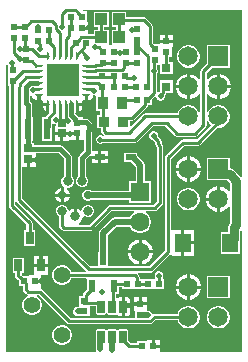
<source format=gtl>
G04*
G04 #@! TF.GenerationSoftware,Altium Limited,Altium Designer,22.2.1 (43)*
G04*
G04 Layer_Physical_Order=1*
G04 Layer_Color=255*
%FSAX24Y24*%
%MOIN*%
G70*
G04*
G04 #@! TF.SameCoordinates,0A7D3E4C-9769-4D31-AB1C-A6483D793648*
G04*
G04*
G04 #@! TF.FilePolarity,Positive*
G04*
G01*
G75*
%ADD15R,0.0354X0.0197*%
%ADD16R,0.0551X0.0646*%
%ADD17R,0.0228X0.0244*%
%ADD18R,0.0244X0.0244*%
%ADD19R,0.0244X0.0228*%
%ADD20R,0.0256X0.0413*%
%ADD21R,0.0236X0.0394*%
G04:AMPARAMS|DCode=22|XSize=43.3mil|YSize=23.6mil|CornerRadius=2mil|HoleSize=0mil|Usage=FLASHONLY|Rotation=90.000|XOffset=0mil|YOffset=0mil|HoleType=Round|Shape=RoundedRectangle|*
%AMROUNDEDRECTD22*
21,1,0.0433,0.0196,0,0,90.0*
21,1,0.0393,0.0236,0,0,90.0*
1,1,0.0040,0.0098,0.0196*
1,1,0.0040,0.0098,-0.0196*
1,1,0.0040,-0.0098,-0.0196*
1,1,0.0040,-0.0098,0.0196*
%
%ADD22ROUNDEDRECTD22*%
%ADD23R,0.0236X0.0709*%
G04:AMPARAMS|DCode=24|XSize=9.8mil|YSize=25.6mil|CornerRadius=2.5mil|HoleSize=0mil|Usage=FLASHONLY|Rotation=0.000|XOffset=0mil|YOffset=0mil|HoleType=Round|Shape=RoundedRectangle|*
%AMROUNDEDRECTD24*
21,1,0.0098,0.0207,0,0,0.0*
21,1,0.0049,0.0256,0,0,0.0*
1,1,0.0049,0.0025,-0.0103*
1,1,0.0049,-0.0025,-0.0103*
1,1,0.0049,-0.0025,0.0103*
1,1,0.0049,0.0025,0.0103*
%
%ADD24ROUNDEDRECTD24*%
G04:AMPARAMS|DCode=25|XSize=9.8mil|YSize=25.6mil|CornerRadius=2.5mil|HoleSize=0mil|Usage=FLASHONLY|Rotation=270.000|XOffset=0mil|YOffset=0mil|HoleType=Round|Shape=RoundedRectangle|*
%AMROUNDEDRECTD25*
21,1,0.0098,0.0207,0,0,270.0*
21,1,0.0049,0.0256,0,0,270.0*
1,1,0.0049,-0.0103,-0.0025*
1,1,0.0049,-0.0103,0.0025*
1,1,0.0049,0.0103,0.0025*
1,1,0.0049,0.0103,-0.0025*
%
%ADD25ROUNDEDRECTD25*%
%ADD26R,0.1102X0.1102*%
%ADD27R,0.0244X0.0244*%
%ADD28R,0.0283X0.0280*%
%ADD29R,0.0376X0.0359*%
%ADD30R,0.0354X0.0394*%
%ADD31R,0.0217X0.0217*%
%ADD32R,0.0394X0.0394*%
%ADD33R,0.0315X0.0315*%
%ADD57C,0.0200*%
%ADD58C,0.0300*%
%ADD59C,0.0100*%
%ADD60C,0.0150*%
%ADD61C,0.0551*%
%ADD62C,0.0650*%
%ADD63R,0.0650X0.0650*%
%ADD64C,0.0276*%
%ADD65C,0.0315*%
%ADD66C,0.0630*%
%ADD67R,0.0630X0.0630*%
%ADD68C,0.0197*%
G36*
X022638Y023385D02*
X022588Y023369D01*
X022585Y023373D01*
X022367Y023591D01*
X022301Y023636D01*
X022225Y023651D01*
Y023997D01*
X021476D01*
Y023247D01*
X022006D01*
X022025Y023243D01*
X022139D01*
X022237Y023145D01*
Y022895D01*
X022211Y022888D01*
X022187Y022886D01*
X022111Y022962D01*
X022014Y023018D01*
X021906Y023047D01*
X021900D01*
Y022622D01*
Y022197D01*
X021906D01*
X022014Y022226D01*
X022111Y022282D01*
X022187Y022358D01*
X022211Y022356D01*
X022237Y022349D01*
Y021836D01*
X022231Y021831D01*
X022187Y021765D01*
X022172Y021687D01*
Y021534D01*
X021924D01*
Y020789D01*
X022576D01*
Y021267D01*
X022580Y021287D01*
Y021562D01*
X022588Y021568D01*
X022638Y021543D01*
Y017520D01*
X019887D01*
Y017667D01*
X019673D01*
Y017717D01*
X019623D01*
Y017939D01*
X019459D01*
Y017889D01*
X019139D01*
Y017818D01*
X018919D01*
X018843Y017894D01*
Y018215D01*
X018838Y018242D01*
X018823Y018265D01*
X018799Y018281D01*
X018772Y018286D01*
X018576D01*
X018549Y018281D01*
X018525Y018265D01*
X018514Y018248D01*
X018487Y018245D01*
X018460Y018248D01*
X018449Y018265D01*
X018425Y018281D01*
X018398Y018286D01*
X018202D01*
X018175Y018281D01*
X018151Y018265D01*
X018140Y018248D01*
X018113Y018245D01*
X018086Y018248D01*
X018075Y018265D01*
X018051Y018281D01*
X018024Y018286D01*
X017828D01*
X017801Y018281D01*
X017777Y018265D01*
X017762Y018242D01*
X017757Y018215D01*
Y017822D01*
X017757Y017819D01*
Y017620D01*
X017762Y017597D01*
Y017590D01*
X017764Y017584D01*
X017767Y017570D01*
X017752Y017540D01*
X017736Y017520D01*
X014764D01*
Y027097D01*
X014814Y027111D01*
X014820Y027101D01*
X014824Y027090D01*
Y026765D01*
X014824Y026765D01*
Y026723D01*
X014824D01*
X014824Y026715D01*
Y026395D01*
X014859D01*
Y022408D01*
X014866Y022369D01*
X014889Y022336D01*
X015449Y021775D01*
Y021576D01*
X015373D01*
Y021062D01*
X015729D01*
Y021576D01*
X015653D01*
Y021817D01*
X015645Y021856D01*
X015623Y021890D01*
X015063Y022450D01*
Y022526D01*
X015113Y022541D01*
X015118Y022533D01*
X017420Y020231D01*
X017400Y020181D01*
X016956D01*
X016945Y020220D01*
X016902Y020294D01*
X016842Y020355D01*
X016767Y020398D01*
X016685Y020420D01*
X016599D01*
X016516Y020398D01*
X016442Y020355D01*
X016381Y020294D01*
X016338Y020220D01*
X016316Y020137D01*
Y020052D01*
X016338Y019969D01*
X016381Y019895D01*
X016442Y019834D01*
X016516Y019791D01*
X016599Y019769D01*
X016685D01*
X016767Y019791D01*
X016842Y019834D01*
X016902Y019895D01*
X016945Y019969D01*
X016947Y019977D01*
X017418D01*
X017464Y019967D01*
X017464Y019927D01*
Y019617D01*
X017350Y019503D01*
X017328Y019470D01*
X017320Y019431D01*
Y019408D01*
X017208D01*
Y019104D01*
X017208Y019064D01*
X017170Y019033D01*
X017157D01*
X017134Y019029D01*
X017127D01*
X017121Y019026D01*
X017098Y019022D01*
X017079Y019009D01*
X017073Y019006D01*
X017068Y019001D01*
X017049Y018988D01*
X017036Y018969D01*
X017031Y018964D01*
X017028Y018958D01*
X017016Y018939D01*
X017011Y018916D01*
X017009Y018910D01*
Y018903D01*
X017004Y018880D01*
X017009Y018858D01*
Y018851D01*
X017011Y018844D01*
X017016Y018822D01*
X017028Y018802D01*
X017031Y018796D01*
X017036Y018791D01*
X017049Y018772D01*
X017068Y018759D01*
X017073Y018754D01*
X017079Y018752D01*
X017098Y018739D01*
X017121Y018734D01*
X017127Y018732D01*
X017134D01*
X017157Y018727D01*
X017208D01*
Y018710D01*
X017552D01*
Y019014D01*
X017552Y019054D01*
X017597Y019065D01*
X017757D01*
Y018845D01*
X017762Y018818D01*
X017777Y018795D01*
X017801Y018779D01*
X017828Y018774D01*
X018024D01*
X018051Y018779D01*
X018075Y018795D01*
X018086Y018812D01*
X018113Y018815D01*
X018140Y018812D01*
X018151Y018795D01*
X018175Y018779D01*
X018202Y018774D01*
X018398D01*
X018425Y018779D01*
X018483Y018766D01*
X018486Y018764D01*
X018489Y018759D01*
X018529Y018732D01*
X018576Y018723D01*
X018624D01*
Y019042D01*
Y019361D01*
X018576D01*
X018529Y019351D01*
X018492Y019327D01*
X018478Y019330D01*
X018442Y019344D01*
Y019473D01*
X018548D01*
Y019682D01*
X018647D01*
Y019611D01*
X018967D01*
X018975Y019611D01*
X019017D01*
X019025Y019611D01*
X019656D01*
X019664Y019611D01*
X019706D01*
X019714Y019611D01*
X020034D01*
Y019956D01*
X020027D01*
X020018Y019963D01*
X019998Y020006D01*
X020013Y020044D01*
Y020103D01*
X019991Y020158D01*
X019949Y020199D01*
X019895Y020222D01*
X019836D01*
X019781Y020199D01*
X019739Y020158D01*
X019717Y020103D01*
Y020044D01*
X019733Y020006D01*
X019710Y019959D01*
X019706Y019956D01*
X019664D01*
X019656Y019956D01*
X019220D01*
Y020020D01*
X019212Y020059D01*
X019190Y020092D01*
X019158Y020124D01*
X019179Y020174D01*
X019587D01*
X019626Y020181D01*
X019659Y020203D01*
X020238Y020783D01*
X020283Y020768D01*
X020288Y020764D01*
Y020739D01*
X020613D01*
Y021161D01*
Y021584D01*
X020288Y021584D01*
X020279Y021631D01*
Y023974D01*
X020712Y024406D01*
X021161D01*
X021200Y024414D01*
X021234Y024436D01*
X021801Y025003D01*
X021801Y025003D01*
X021900D01*
X021995Y025029D01*
X022081Y025078D01*
X022150Y025148D01*
X022200Y025233D01*
X022225Y025329D01*
Y025427D01*
X022200Y025523D01*
X022150Y025608D01*
X022081Y025678D01*
X021995Y025727D01*
X021900Y025753D01*
X021801D01*
X021706Y025727D01*
X021620Y025678D01*
X021550Y025608D01*
X021501Y025523D01*
X021452Y025532D01*
Y026118D01*
X021502Y026132D01*
X021510Y026117D01*
X021590Y026038D01*
X021686Y025982D01*
X021794Y025953D01*
X021800D01*
Y026378D01*
Y026803D01*
X021794D01*
X021686Y026774D01*
X021590Y026718D01*
X021510Y026639D01*
X021502Y026624D01*
X021452Y026637D01*
Y026835D01*
X021620Y027003D01*
X022225D01*
Y027753D01*
X021476D01*
Y027147D01*
X021278Y026950D01*
X021256Y026917D01*
X021248Y026878D01*
Y026639D01*
X021198Y026625D01*
X021190Y026639D01*
X021111Y026718D01*
X021014Y026774D01*
X020906Y026803D01*
X020900D01*
Y026378D01*
Y025953D01*
X020906D01*
X021014Y025982D01*
X021111Y026038D01*
X021190Y026117D01*
X021198Y026130D01*
X021248Y026117D01*
Y025535D01*
X021200Y025523D01*
X021150Y025608D01*
X021081Y025678D01*
X020995Y025727D01*
X020900Y025753D01*
X020801D01*
X020706Y025727D01*
X020620Y025678D01*
X020550Y025608D01*
X020501Y025523D01*
X020490Y025480D01*
X019398D01*
X019359Y025472D01*
X019326Y025450D01*
X018935Y025059D01*
X018889Y025078D01*
Y025236D01*
X018965D01*
X019004Y025243D01*
X019037Y025266D01*
X019473Y025701D01*
X019495Y025734D01*
X019501Y025766D01*
X019645D01*
Y025966D01*
X019722Y026043D01*
X019772Y026022D01*
Y026020D01*
X019794Y025966D01*
X019836Y025924D01*
X019890Y025902D01*
X019950D01*
X020004Y025924D01*
X020046Y025966D01*
X020068Y026020D01*
Y026080D01*
X020068Y026080D01*
X020077Y026089D01*
X020099Y026122D01*
X020106Y026161D01*
Y026163D01*
X020319D01*
Y026578D01*
X019904D01*
Y026273D01*
X019903Y026263D01*
Y026203D01*
X019898Y026198D01*
X019890D01*
X019847Y026180D01*
X019811Y026195D01*
X019797Y026207D01*
Y026788D01*
X019813Y026804D01*
X019836Y026859D01*
Y026918D01*
X019814Y026971D01*
Y027085D01*
X019892D01*
X019904Y027040D01*
Y026793D01*
X020319D01*
Y027208D01*
X020214D01*
Y027356D01*
X020284D01*
Y027676D01*
X020334D01*
Y027840D01*
X020112D01*
X019890D01*
Y027784D01*
X019700D01*
X019657Y027826D01*
Y028388D01*
X019650Y028427D01*
X019627Y028460D01*
X019427Y028660D01*
X019394Y028682D01*
X019355Y028690D01*
X018777D01*
Y028865D01*
X018284D01*
Y028371D01*
X018434D01*
Y028275D01*
X018289D01*
Y027781D01*
X018253Y027747D01*
X018228D01*
X018192Y027781D01*
Y028275D01*
X018047D01*
Y028371D01*
X018187D01*
Y028865D01*
X017693D01*
Y028371D01*
X017843D01*
Y028275D01*
X017699D01*
Y028142D01*
X017515D01*
Y028268D01*
X017300D01*
Y028368D01*
X017515D01*
Y028540D01*
X017465D01*
Y028880D01*
X017317D01*
X017312Y028887D01*
X017339Y028937D01*
X022638D01*
Y023385D01*
D02*
G37*
G36*
X017783Y026052D02*
Y025571D01*
X017908D01*
Y025438D01*
X017802D01*
Y024978D01*
X017938D01*
Y024900D01*
X017946Y024861D01*
X017968Y024828D01*
X018025Y024771D01*
X017997Y024732D01*
X017943Y024755D01*
X017884D01*
X017829Y024732D01*
X017788Y024690D01*
X017765Y024636D01*
Y024577D01*
X017788Y024522D01*
X017829Y024480D01*
X017884Y024458D01*
X017943D01*
X017997Y024480D01*
X018021Y024504D01*
X019079D01*
X019118Y024512D01*
X019151Y024534D01*
X019665Y025048D01*
X020083D01*
X020400Y024731D01*
X020433Y024709D01*
X020472Y024701D01*
X021063D01*
X021102Y024709D01*
X021135Y024731D01*
X021422Y025018D01*
X021444Y025051D01*
X021452Y025090D01*
Y025224D01*
X021501Y025233D01*
X021550Y025148D01*
X021604Y025094D01*
X021119Y024610D01*
X020669D01*
X020630Y024602D01*
X020597Y024580D01*
X020105Y024088D01*
X020083Y024055D01*
X020075Y024016D01*
Y020908D01*
X019544Y020378D01*
X018224D01*
X018174Y020379D01*
X018174Y020428D01*
Y020872D01*
X018159D01*
Y021413D01*
X018453Y021707D01*
X018907D01*
X018948Y021636D01*
X019016Y021568D01*
X019099Y021520D01*
X019192Y021495D01*
X019288D01*
X019381Y021520D01*
X019464Y021568D01*
X019532Y021636D01*
X019580Y021719D01*
X019605Y021812D01*
Y021908D01*
X019580Y022001D01*
X019532Y022084D01*
X019464Y022152D01*
X019436Y022168D01*
X019450Y022218D01*
X019720D01*
X019759Y022226D01*
X019792Y022248D01*
X019982Y022438D01*
X020004Y022471D01*
X020012Y022510D01*
Y024400D01*
X020004Y024439D01*
X019982Y024472D01*
X019951Y024503D01*
Y024555D01*
X019943Y024594D01*
X019921Y024627D01*
X019846Y024702D01*
X019846Y024703D01*
Y024762D01*
X019824Y024816D01*
X019782Y024858D01*
X019727Y024881D01*
X019668D01*
X019614Y024858D01*
X019572Y024816D01*
X019549Y024762D01*
Y024703D01*
X019572Y024648D01*
X019614Y024606D01*
X019668Y024584D01*
X019676D01*
X019747Y024513D01*
Y024461D01*
X019755Y024422D01*
X019777Y024389D01*
X019808Y024358D01*
Y022552D01*
X019678Y022422D01*
X018240D01*
X018201Y022414D01*
X018168Y022392D01*
X017548Y021772D01*
X017207D01*
X017194Y021822D01*
X017232Y021844D01*
X017280Y021892D01*
X017314Y021950D01*
X017331Y022016D01*
Y022038D01*
X017381Y022059D01*
X017389Y022051D01*
X017465Y022019D01*
X017548D01*
X017624Y022051D01*
X017683Y022109D01*
X017714Y022186D01*
Y022268D01*
X017683Y022344D01*
X017624Y022403D01*
X017548Y022434D01*
X017465D01*
X017389Y022403D01*
X017331Y022344D01*
X017299Y022268D01*
Y022259D01*
X017249Y022238D01*
X017232Y022256D01*
X017173Y022290D01*
X017124Y022303D01*
Y022050D01*
X017024D01*
Y022303D01*
X016974Y022290D01*
X016916Y022256D01*
X016898Y022238D01*
X016848Y022259D01*
Y022268D01*
X016816Y022344D01*
X016758Y022403D01*
X016682Y022434D01*
X016599D01*
X016523Y022403D01*
X016465Y022344D01*
X016433Y022268D01*
Y022186D01*
X016465Y022109D01*
X016523Y022051D01*
X016539Y022045D01*
Y021729D01*
X016546Y021690D01*
X016568Y021657D01*
X016628Y021598D01*
X016661Y021576D01*
X016700Y021568D01*
X017590D01*
X017629Y021576D01*
X017662Y021598D01*
X018282Y022218D01*
X019030D01*
X019044Y022168D01*
X019016Y022152D01*
X018948Y022084D01*
X018907Y022013D01*
X018390D01*
X018331Y022001D01*
X018282Y021968D01*
X017898Y021584D01*
X017865Y021535D01*
X017853Y021476D01*
Y020872D01*
X017838D01*
X017838Y020379D01*
X017788Y020378D01*
X017562D01*
X015292Y022648D01*
Y023707D01*
X015463D01*
Y023947D01*
X015513D01*
Y023997D01*
X015754D01*
Y024163D01*
X016517D01*
X016696Y023984D01*
Y023376D01*
X016648Y023327D01*
X016616Y023251D01*
Y023169D01*
X016648Y023092D01*
X016706Y023034D01*
X016706Y023033D01*
X016700Y023019D01*
Y022800D01*
X016887D01*
X016852Y022885D01*
X016785Y022952D01*
X016783Y022952D01*
X016793Y023002D01*
X016865D01*
X016941Y023034D01*
X016999Y023092D01*
X017031Y023169D01*
Y023251D01*
X016999Y023327D01*
X016951Y023376D01*
Y024036D01*
X016941Y024085D01*
X016914Y024127D01*
X016660Y024380D01*
X016619Y024408D01*
X016570Y024417D01*
X015704D01*
Y024499D01*
X015638D01*
Y024564D01*
X015678D01*
Y025372D01*
X015638D01*
Y025759D01*
X015628Y025807D01*
X015601Y025849D01*
X015556Y025894D01*
Y026052D01*
X015606Y026082D01*
X015626Y026071D01*
Y026064D01*
X015635Y026015D01*
X015663Y025974D01*
X015704Y025947D01*
X015753Y025937D01*
X015806D01*
Y026089D01*
X015906D01*
Y025937D01*
X015959D01*
X015969Y025939D01*
X016011Y025896D01*
X016009Y025887D01*
Y025834D01*
X016161D01*
Y025784D01*
X016211D01*
Y025518D01*
X016216Y025508D01*
X016136Y025428D01*
X016114Y025395D01*
X016110Y025372D01*
X015972D01*
Y024564D01*
X016308D01*
Y025026D01*
X016310Y025036D01*
Y025119D01*
X016360Y025140D01*
X016366Y025134D01*
X016420Y025112D01*
X016441D01*
Y025052D01*
X016391D01*
Y024863D01*
X016633D01*
Y024813D01*
X016683D01*
Y024573D01*
X016874D01*
Y024596D01*
X016923Y024599D01*
Y024599D01*
X017095D01*
Y024821D01*
X017195D01*
Y024599D01*
X017366D01*
Y024246D01*
X017217Y024097D01*
X017189Y024056D01*
X017180Y024007D01*
Y023390D01*
X017131Y023341D01*
X017100Y023265D01*
Y023182D01*
X017131Y023106D01*
X017190Y023048D01*
X017266Y023016D01*
X017348D01*
X017425Y023048D01*
X017483Y023106D01*
X017515Y023182D01*
Y023265D01*
X017483Y023341D01*
X017435Y023390D01*
Y023954D01*
X017567Y024086D01*
X017616Y024066D01*
X017844D01*
Y024214D01*
X017638D01*
Y024214D01*
X017621Y024260D01*
Y024849D01*
X017636Y024873D01*
X017646Y024921D01*
Y025091D01*
X017636Y025140D01*
X017609Y025181D01*
X017521Y025269D01*
X017480Y025297D01*
X017431Y025307D01*
X017317D01*
Y025347D01*
X017197D01*
X017196Y025349D01*
X017169Y025391D01*
X017083Y025476D01*
X017084Y025519D01*
X017095Y025529D01*
Y025784D01*
X017145D01*
Y025834D01*
X017297D01*
Y025887D01*
X017295Y025896D01*
X017338Y025939D01*
X017347Y025937D01*
X017400D01*
Y026089D01*
X017500D01*
Y025937D01*
X017554D01*
X017602Y025947D01*
X017644Y025974D01*
X017671Y026015D01*
X017681Y026064D01*
Y026078D01*
X017715D01*
X017743Y026090D01*
X017783Y026052D01*
D02*
G37*
%LPC*%
G36*
X020334Y028105D02*
X020162D01*
Y027940D01*
X020334D01*
Y028105D01*
D02*
G37*
G36*
X020062D02*
X019890D01*
Y027940D01*
X020062D01*
Y028105D01*
D02*
G37*
G36*
X020900Y027753D02*
X020801D01*
X020706Y027727D01*
X020620Y027678D01*
X020550Y027608D01*
X020501Y027523D01*
X020476Y027427D01*
Y027329D01*
X020501Y027233D01*
X020550Y027148D01*
X020620Y027078D01*
X020706Y027029D01*
X020801Y027003D01*
X020900D01*
X020995Y027029D01*
X021081Y027078D01*
X021150Y027148D01*
X021200Y027233D01*
X021225Y027329D01*
Y027427D01*
X021200Y027523D01*
X021150Y027608D01*
X021081Y027678D01*
X020995Y027727D01*
X020900Y027753D01*
D02*
G37*
G36*
X021906Y026803D02*
X021900D01*
Y026428D01*
X022275D01*
Y026434D01*
X022246Y026542D01*
X022190Y026639D01*
X022111Y026718D01*
X022014Y026774D01*
X021906Y026803D01*
D02*
G37*
G36*
X020800D02*
X020794D01*
X020686Y026774D01*
X020590Y026718D01*
X020510Y026639D01*
X020455Y026542D01*
X020426Y026434D01*
Y026428D01*
X020800D01*
Y026803D01*
D02*
G37*
G36*
X022275Y026328D02*
X021900D01*
Y025953D01*
X021906D01*
X022014Y025982D01*
X022111Y026038D01*
X022190Y026117D01*
X022246Y026214D01*
X022275Y026322D01*
Y026328D01*
D02*
G37*
G36*
X020800D02*
X020426D01*
Y026322D01*
X020455Y026214D01*
X020510Y026117D01*
X020590Y026038D01*
X020686Y025982D01*
X020794Y025953D01*
X020800D01*
Y026328D01*
D02*
G37*
G36*
X020906Y024047D02*
X020900D01*
Y023672D01*
X021275D01*
Y023678D01*
X021246Y023786D01*
X021190Y023883D01*
X021111Y023962D01*
X021014Y024018D01*
X020906Y024047D01*
D02*
G37*
G36*
X020800D02*
X020794D01*
X020686Y024018D01*
X020590Y023962D01*
X020510Y023883D01*
X020455Y023786D01*
X020426Y023678D01*
Y023672D01*
X020800D01*
Y024047D01*
D02*
G37*
G36*
X021275Y023572D02*
X020900D01*
Y023197D01*
X020906D01*
X021014Y023226D01*
X021111Y023282D01*
X021190Y023361D01*
X021246Y023458D01*
X021275Y023566D01*
Y023572D01*
D02*
G37*
G36*
X020800D02*
X020426D01*
Y023566D01*
X020455Y023458D01*
X020510Y023361D01*
X020590Y023282D01*
X020686Y023226D01*
X020794Y023197D01*
X020800D01*
Y023572D01*
D02*
G37*
G36*
X021800Y023047D02*
X021794D01*
X021686Y023018D01*
X021590Y022962D01*
X021510Y022883D01*
X021455Y022786D01*
X021426Y022678D01*
Y022672D01*
X021800D01*
Y023047D01*
D02*
G37*
G36*
X020900Y022997D02*
X020801D01*
X020706Y022971D01*
X020620Y022922D01*
X020550Y022852D01*
X020501Y022767D01*
X020476Y022671D01*
Y022573D01*
X020501Y022477D01*
X020550Y022392D01*
X020620Y022322D01*
X020706Y022273D01*
X020801Y022247D01*
X020900D01*
X020995Y022273D01*
X021081Y022322D01*
X021150Y022392D01*
X021200Y022477D01*
X021225Y022573D01*
Y022671D01*
X021200Y022767D01*
X021150Y022852D01*
X021081Y022922D01*
X020995Y022971D01*
X020900Y022997D01*
D02*
G37*
G36*
X021800Y022572D02*
X021426D01*
Y022566D01*
X021455Y022458D01*
X021510Y022361D01*
X021590Y022282D01*
X021686Y022226D01*
X021794Y022197D01*
X021800D01*
Y022572D01*
D02*
G37*
G36*
X020713Y021584D02*
Y021211D01*
X021039D01*
Y021584D01*
X020713D01*
D02*
G37*
G36*
X021039Y021111D02*
X020713D01*
Y020739D01*
X021039D01*
Y021111D01*
D02*
G37*
G36*
X016153Y020720D02*
X015975D01*
Y020463D01*
X016153D01*
Y020720D01*
D02*
G37*
G36*
X015875D02*
X015697D01*
Y020463D01*
X015875D01*
Y020720D01*
D02*
G37*
G36*
X020906Y020110D02*
X020900D01*
Y019735D01*
X021275D01*
Y019741D01*
X021246Y019849D01*
X021190Y019946D01*
X021111Y020025D01*
X021014Y020081D01*
X020906Y020110D01*
D02*
G37*
G36*
X020800D02*
X020794D01*
X020686Y020081D01*
X020590Y020025D01*
X020510Y019946D01*
X020455Y019849D01*
X020426Y019741D01*
Y019735D01*
X020800D01*
Y020110D01*
D02*
G37*
G36*
X022225Y020060D02*
X021476D01*
Y019310D01*
X022225D01*
Y020060D01*
D02*
G37*
G36*
X021275Y019635D02*
X020900D01*
Y019260D01*
X020906D01*
X021014Y019289D01*
X021111Y019345D01*
X021190Y019424D01*
X021246Y019521D01*
X021275Y019629D01*
Y019635D01*
D02*
G37*
G36*
X020800D02*
X020426D01*
Y019629D01*
X020455Y019521D01*
X020510Y019424D01*
X020590Y019345D01*
X020686Y019289D01*
X020794Y019260D01*
X020800D01*
Y019635D01*
D02*
G37*
G36*
X019472Y019349D02*
X019300D01*
Y019177D01*
X019472D01*
Y019349D01*
D02*
G37*
G36*
X019200D02*
X019028D01*
Y019177D01*
X019200D01*
Y019349D01*
D02*
G37*
G36*
X018772Y019361D02*
X018724D01*
Y019092D01*
X018894D01*
Y019238D01*
X018885Y019285D01*
X018859Y019325D01*
X018819Y019351D01*
X018772Y019361D01*
D02*
G37*
G36*
X018894Y018992D02*
X018724D01*
Y018723D01*
X018772D01*
X018819Y018732D01*
X018859Y018759D01*
X018885Y018799D01*
X018894Y018845D01*
Y018992D01*
D02*
G37*
G36*
X021900Y019060D02*
X021801D01*
X021706Y019034D01*
X021620Y018985D01*
X021550Y018915D01*
X021501Y018830D01*
X021476Y018734D01*
Y018636D01*
X021501Y018540D01*
X021550Y018455D01*
X021620Y018385D01*
X021706Y018336D01*
X021801Y018310D01*
X021900D01*
X021995Y018336D01*
X022081Y018385D01*
X022150Y018455D01*
X022200Y018540D01*
X022225Y018636D01*
Y018734D01*
X022200Y018830D01*
X022150Y018915D01*
X022081Y018985D01*
X021995Y019034D01*
X021900Y019060D01*
D02*
G37*
G36*
X015355Y020670D02*
X014999D01*
Y020157D01*
X015075D01*
Y020071D01*
X015083Y020032D01*
X015105Y019999D01*
X015164Y019940D01*
X015187Y019924D01*
X015202Y019910D01*
Y019710D01*
X015328D01*
Y019610D01*
X015335Y019571D01*
X015357Y019538D01*
X015430Y019465D01*
X015463Y019443D01*
X015486Y019439D01*
X015498Y019389D01*
X015498Y019387D01*
X015442Y019355D01*
X015381Y019294D01*
X015338Y019220D01*
X015316Y019137D01*
Y019052D01*
X015338Y018969D01*
X015381Y018895D01*
X015442Y018834D01*
X015516Y018791D01*
X015599Y018769D01*
X015685D01*
X015767Y018791D01*
X015842Y018834D01*
X015902Y018895D01*
X015945Y018969D01*
X015967Y019052D01*
Y019137D01*
X015945Y019220D01*
X015902Y019294D01*
X015842Y019355D01*
X015789Y019385D01*
X015802Y019435D01*
X015853D01*
X016810Y018479D01*
X016843Y018457D01*
X016882Y018449D01*
X019568D01*
X019607Y018457D01*
X019640Y018479D01*
X019761Y018600D01*
X020485D01*
X020501Y018540D01*
X020550Y018455D01*
X020620Y018385D01*
X020706Y018336D01*
X020801Y018310D01*
X020900D01*
X020995Y018336D01*
X021081Y018385D01*
X021150Y018455D01*
X021200Y018540D01*
X021225Y018636D01*
Y018734D01*
X021200Y018830D01*
X021150Y018915D01*
X021081Y018985D01*
X020995Y019034D01*
X020900Y019060D01*
X020801D01*
X020706Y019034D01*
X020620Y018985D01*
X020550Y018915D01*
X020501Y018830D01*
X020494Y018804D01*
X019719D01*
X019680Y018797D01*
X019628Y018811D01*
X019615Y018830D01*
X019612Y018837D01*
X019608Y018842D01*
X019595Y018861D01*
X019576Y018874D01*
X019571Y018878D01*
X019564Y018881D01*
X019545Y018894D01*
X019522Y018898D01*
X019516Y018901D01*
X019509D01*
X019487Y018906D01*
X019472D01*
Y019077D01*
X019250D01*
X019028D01*
Y018905D01*
X019078D01*
Y018653D01*
X016925D01*
X015968Y019610D01*
X015964Y019612D01*
X015950Y019660D01*
X015950D01*
X015950Y019660D01*
Y019832D01*
X015736D01*
Y019932D01*
X015950D01*
X015950Y020104D01*
X015999Y020107D01*
X016153D01*
Y020363D01*
X015925D01*
X015697D01*
X015697Y020107D01*
X015648Y020104D01*
X015522D01*
Y020054D01*
X015346D01*
X015316Y020084D01*
X015292Y020100D01*
X015286Y020107D01*
X015295Y020157D01*
X015355D01*
Y020670D01*
D02*
G37*
G36*
X016685Y018420D02*
X016599D01*
X016516Y018398D01*
X016442Y018355D01*
X016381Y018294D01*
X016338Y018220D01*
X016316Y018137D01*
Y018052D01*
X016338Y017969D01*
X016381Y017895D01*
X016442Y017834D01*
X016516Y017791D01*
X016599Y017769D01*
X016685D01*
X016767Y017791D01*
X016842Y017834D01*
X016902Y017895D01*
X016945Y017969D01*
X016967Y018052D01*
Y018137D01*
X016945Y018220D01*
X016902Y018294D01*
X016842Y018355D01*
X016767Y018398D01*
X016685Y018420D01*
D02*
G37*
G36*
X019887Y017939D02*
X019723D01*
Y017767D01*
X019887D01*
Y017939D01*
D02*
G37*
G36*
X017297Y025734D02*
X017195D01*
Y025558D01*
X017219Y025563D01*
X017260Y025590D01*
X017287Y025632D01*
X017297Y025680D01*
Y025734D01*
D02*
G37*
G36*
X016111D02*
X016009D01*
Y025680D01*
X016019Y025632D01*
X016047Y025590D01*
X016088Y025563D01*
X016111Y025558D01*
Y025734D01*
D02*
G37*
G36*
X016583Y024763D02*
X016391D01*
Y024573D01*
X016583D01*
Y024763D01*
D02*
G37*
G36*
X018171Y024214D02*
X017944D01*
Y024066D01*
X018171D01*
Y024214D01*
D02*
G37*
G36*
Y023966D02*
X017944D01*
Y023817D01*
X018171D01*
Y023966D01*
D02*
G37*
G36*
X017844D02*
X017617D01*
Y023817D01*
X017844D01*
Y023966D01*
D02*
G37*
G36*
X015754Y023897D02*
X015563D01*
Y023707D01*
X015754D01*
Y023897D01*
D02*
G37*
G36*
X018993Y024169D02*
X018917D01*
X018895Y024164D01*
X018690D01*
Y023867D01*
X018895D01*
X018917Y023863D01*
X018930D01*
X019087Y023705D01*
Y023225D01*
X018875D01*
Y022903D01*
X017610D01*
X017604Y022909D01*
X017535Y022938D01*
X017460D01*
X017391Y022909D01*
X017338Y022856D01*
X017309Y022787D01*
Y022713D01*
X017338Y022644D01*
X017391Y022591D01*
X017460Y022562D01*
X017535D01*
X017604Y022591D01*
X017610Y022597D01*
X018875D01*
Y022495D01*
X019605D01*
Y023225D01*
X019393D01*
Y023769D01*
X019381Y023827D01*
X019348Y023877D01*
X019144Y024080D01*
Y024164D01*
X019016D01*
X018993Y024169D01*
D02*
G37*
G36*
X016600Y022987D02*
X016515Y022952D01*
X016448Y022885D01*
X016413Y022800D01*
X016600D01*
Y022987D01*
D02*
G37*
G36*
X016887Y022700D02*
X016700D01*
Y022513D01*
X016785Y022548D01*
X016852Y022615D01*
X016887Y022700D01*
D02*
G37*
G36*
X016600D02*
X016413D01*
X016448Y022615D01*
X016515Y022548D01*
X016600Y022513D01*
Y022700D01*
D02*
G37*
G36*
X019295Y021275D02*
X019290D01*
Y020910D01*
X019655D01*
Y020915D01*
X019627Y021020D01*
X019572Y021115D01*
X019495Y021192D01*
X019400Y021247D01*
X019295Y021275D01*
D02*
G37*
G36*
X019190D02*
X019185D01*
X019080Y021247D01*
X018985Y021192D01*
X018908Y021115D01*
X018853Y021020D01*
X018825Y020915D01*
Y020910D01*
X019190D01*
Y021275D01*
D02*
G37*
G36*
X019655Y020810D02*
X019290D01*
Y020445D01*
X019295D01*
X019400Y020473D01*
X019495Y020528D01*
X019572Y020605D01*
X019627Y020700D01*
X019655Y020805D01*
Y020810D01*
D02*
G37*
G36*
X019190D02*
X018825D01*
Y020805D01*
X018853Y020700D01*
X018908Y020605D01*
X018985Y020528D01*
X019080Y020473D01*
X019185Y020445D01*
X019190D01*
Y020810D01*
D02*
G37*
%LPD*%
D15*
X018917Y024016D02*
D03*
X017894D02*
D03*
D16*
X022250Y021161D02*
D03*
X020663D02*
D03*
D17*
X019870Y019783D02*
D03*
X019500D02*
D03*
X019181D02*
D03*
X018811D02*
D03*
X015736Y019882D02*
D03*
X015366D02*
D03*
X019673Y017717D02*
D03*
X019303D02*
D03*
X019093Y026350D02*
D03*
X019463D02*
D03*
X016203Y028268D02*
D03*
X015833D02*
D03*
X016930Y028708D02*
D03*
X017300D02*
D03*
Y028318D02*
D03*
X016930D02*
D03*
D18*
X017145Y024821D02*
D03*
Y025175D02*
D03*
X019250Y018773D02*
D03*
Y019127D02*
D03*
X019150Y028277D02*
D03*
Y027923D02*
D03*
X015418Y027273D02*
D03*
Y027627D02*
D03*
X017380Y019236D02*
D03*
Y018882D02*
D03*
D19*
X014996Y026559D02*
D03*
Y026929D02*
D03*
X019720Y027619D02*
D03*
Y027249D02*
D03*
X015035Y028003D02*
D03*
Y028373D02*
D03*
X015415Y028003D02*
D03*
Y028373D02*
D03*
X020112Y027520D02*
D03*
Y027890D02*
D03*
X017975Y026343D02*
D03*
Y026713D02*
D03*
X018005Y027163D02*
D03*
Y027533D02*
D03*
X019145Y027158D02*
D03*
Y027528D02*
D03*
X018375Y027533D02*
D03*
Y027163D02*
D03*
X018755Y027533D02*
D03*
Y027163D02*
D03*
D20*
X015177Y020413D02*
D03*
X015925D02*
D03*
X015551Y021319D02*
D03*
D21*
X018006Y020626D02*
D03*
X018380Y019720D02*
D03*
X017632D02*
D03*
D22*
X017926Y018018D02*
D03*
X018300D02*
D03*
X018674D02*
D03*
Y019042D02*
D03*
X018300D02*
D03*
X017926D02*
D03*
D23*
X016140Y024968D02*
D03*
X015510D02*
D03*
D24*
X017145Y027378D02*
D03*
X016948D02*
D03*
X016752D02*
D03*
X016555D02*
D03*
X016358D02*
D03*
X016161D02*
D03*
Y025784D02*
D03*
X016358D02*
D03*
X016555D02*
D03*
X016752D02*
D03*
X016948D02*
D03*
X017145D02*
D03*
D25*
X015856Y027073D02*
D03*
Y026876D02*
D03*
Y026679D02*
D03*
Y026482D02*
D03*
Y026286D02*
D03*
Y026089D02*
D03*
X017450D02*
D03*
Y026286D02*
D03*
Y026482D02*
D03*
Y026679D02*
D03*
Y026876D02*
D03*
Y027073D02*
D03*
D26*
X016653Y026581D02*
D03*
D27*
X019473Y025938D02*
D03*
X019118D02*
D03*
X017088Y027818D02*
D03*
X017443D02*
D03*
X016200Y027887D02*
D03*
X015846D02*
D03*
D28*
X015513Y024309D02*
D03*
Y023947D02*
D03*
X016633Y025175D02*
D03*
Y024813D02*
D03*
D29*
X018040Y025208D02*
D03*
X018651D02*
D03*
D30*
X018640Y025818D02*
D03*
X018010D02*
D03*
D31*
X018368Y026718D02*
D03*
X018723D02*
D03*
X018723Y026348D02*
D03*
X018368D02*
D03*
D32*
X017945Y028028D02*
D03*
X018536D02*
D03*
X017940Y028618D02*
D03*
X018531D02*
D03*
D33*
X020112Y026370D02*
D03*
Y027000D02*
D03*
D57*
X018993Y024016D02*
X019240Y023769D01*
Y022860D02*
Y023769D01*
X018917Y024016D02*
X018993D01*
X017497Y022750D02*
X019130D01*
X019240Y022860D01*
X019140Y027533D02*
X019150Y027543D01*
Y027736D02*
Y027923D01*
Y027543D02*
Y027736D01*
X018390Y021860D02*
X019240D01*
X018006Y021476D02*
X018390Y021860D01*
X018006Y020626D02*
Y021476D01*
X017157Y018880D02*
X017360D01*
X019240Y018763D02*
X019250Y018753D01*
X019487D01*
X017910Y017620D02*
Y018002D01*
X017926Y018018D01*
X018300Y017580D02*
Y018018D01*
D58*
X022025Y023447D02*
X022223D01*
X022441Y023229D01*
Y021752D02*
Y023229D01*
X021850Y023622D02*
X022025Y023447D01*
X022376Y021287D02*
Y021687D01*
X022250Y021161D02*
X022376Y021287D01*
Y021687D02*
X022441Y021752D01*
D59*
X016417Y028282D02*
Y028432D01*
Y028282D02*
X016555Y028145D01*
X016291Y028558D02*
X016417Y028432D01*
X016634Y028346D02*
Y028789D01*
X016775Y028930D01*
X016555Y027378D02*
Y028145D01*
X015608Y028558D02*
X016291D01*
X019059Y020079D02*
X019118Y020020D01*
Y019847D02*
Y020020D01*
X016642Y020094D02*
X016657Y020079D01*
X019059D01*
X017520Y020276D02*
X019587D01*
X015855Y026680D02*
X015856Y026679D01*
X015653Y026680D02*
X015855D01*
X019587Y020276D02*
X020177Y020866D01*
X015190Y022605D02*
X017520Y020276D01*
X019118Y019847D02*
X019181Y019783D01*
X019500D01*
X018443D02*
X018811D01*
X018380Y019720D02*
X018443Y019783D01*
X019865Y019789D02*
X019870Y019783D01*
X019865Y019789D02*
Y020073D01*
X015896Y019537D02*
X016882Y018551D01*
X015430Y019610D02*
Y019819D01*
Y019610D02*
X015502Y019537D01*
X015896D01*
X015551Y021319D02*
Y021817D01*
X014961Y022408D02*
Y026559D01*
Y022408D02*
X015551Y021817D01*
X020669Y024508D02*
X021161D01*
X020177Y024016D02*
X020669Y024508D01*
X020177Y020866D02*
Y024016D01*
X017590Y021670D02*
X018240Y022320D01*
X019720D02*
X019910Y022510D01*
X018240Y022320D02*
X019720D01*
X017913Y024606D02*
X019079D01*
X019623Y025150D01*
X020126D01*
X019698Y024706D02*
X019849Y024555D01*
Y024461D02*
X019910Y024400D01*
X019698Y024706D02*
Y024732D01*
X019849Y024461D02*
Y024555D01*
X020126Y025150D02*
X020472Y024803D01*
X021161Y024508D02*
X021850Y025197D01*
Y025378D01*
X019015Y026674D02*
X019034Y026656D01*
X018723Y026718D02*
X018766Y026674D01*
X019015D01*
X019150Y027736D02*
X019489Y027397D01*
X018393Y027515D02*
X018552D01*
X018570Y027497D01*
X018375Y027533D02*
X018393Y027515D01*
X015415Y027622D02*
X015638D01*
X015415D02*
Y028003D01*
X015409Y027628D02*
X015415Y027622D01*
X015697Y027546D02*
Y027564D01*
Y027546D02*
X015865Y027378D01*
X015913Y027646D02*
Y027796D01*
X015895Y027628D02*
X015913Y027646D01*
X015865Y027378D02*
X016161D01*
X017318Y027506D02*
X017478Y027347D01*
Y027320D02*
Y027347D01*
X017318Y027506D02*
Y027536D01*
X017286Y027568D02*
X017318Y027536D01*
X017852Y027686D02*
X018003Y027536D01*
X017717Y027686D02*
X017852D01*
X017450Y027073D02*
X017728D01*
X017754Y027099D02*
X017941D01*
X017728Y027073D02*
X017754Y027099D01*
X019489Y026346D02*
Y027397D01*
X019687Y026888D02*
Y026915D01*
X019712Y026939D02*
Y027249D01*
X019687Y026915D02*
X019712Y026939D01*
X019555Y027784D02*
X019720Y027619D01*
X019555Y027784D02*
Y028388D01*
X018536Y028563D02*
X018561Y028588D01*
X019695Y026160D02*
Y026859D01*
X019486Y026343D02*
X019489Y026346D01*
X019473Y025938D02*
X019695Y026160D01*
X019400Y025866D02*
X019473Y025938D01*
X019910Y022510D02*
Y024400D01*
X016700Y021670D02*
X017590D01*
X016641Y021729D02*
X016700Y021670D01*
X016641Y021729D02*
Y022227D01*
X015449Y026679D02*
X015856D01*
X015219Y026449D02*
X015449Y026679D01*
X015190Y026375D02*
X015219Y026403D01*
X015190Y022605D02*
Y026375D01*
X015219Y026403D02*
Y026449D01*
X015004Y026559D02*
X015350Y026905D01*
X014996Y026559D02*
X015004D01*
X015350Y026905D02*
X015682D01*
X019398Y025378D02*
X020957D01*
X018099Y024841D02*
X018861D01*
X019398Y025378D01*
X021350Y026878D02*
X021850Y027378D01*
X021350Y025090D02*
Y026878D01*
X021063Y024803D02*
X021350Y025090D01*
X020472Y024803D02*
X021063D01*
X018040Y024900D02*
X018099Y024841D01*
X015858Y025786D02*
X016160D01*
X016161Y025784D02*
Y025785D01*
X016160Y025786D02*
X016161Y025785D01*
X015855Y025789D02*
X015858Y025786D01*
X019673Y017717D02*
Y018098D01*
X020833Y018702D02*
X020850Y018685D01*
X019568Y018551D02*
X019719Y018702D01*
X019673Y018098D02*
X020079Y018504D01*
X019719Y018702D02*
X020833D01*
X016882Y018551D02*
X019568D01*
X016775Y028930D02*
X017086D01*
X017144Y028872D01*
X016948Y027678D02*
X017088Y027818D01*
X017315Y028333D02*
X017510D01*
X017279Y028040D02*
X017933D01*
X017510Y028333D02*
X017525Y028348D01*
X017300Y028318D02*
X017315Y028333D01*
X017088Y027818D02*
X017220Y027950D01*
X017144Y028864D02*
Y028872D01*
Y028864D02*
X017300Y028708D01*
X015833Y028359D02*
X015834Y028360D01*
X015423Y028373D02*
X015608Y028558D01*
X015035Y028373D02*
X015423D01*
X015833Y028268D02*
Y028359D01*
X015925Y020413D02*
Y020846D01*
X015736Y019882D02*
X015945D01*
X014961Y026965D02*
X014979Y026983D01*
Y027147D01*
X014961Y027165D02*
X014979Y027147D01*
X014961Y026965D02*
X014996Y026929D01*
X015183Y027300D02*
X015197Y027286D01*
X015027Y027498D02*
Y027712D01*
X015197Y027286D02*
X015396D01*
X015027Y027498D02*
X015225Y027300D01*
X015396Y027286D02*
X015457Y027225D01*
X015225Y027630D02*
X015227Y027628D01*
X015409D01*
X015244Y020012D02*
X015366Y019890D01*
X015177Y020071D02*
Y020413D01*
X015366Y019882D02*
Y019890D01*
X015236Y020012D02*
X015244D01*
X015177Y020071D02*
X015236Y020012D01*
X015366Y019882D02*
X015430Y019819D01*
X015682Y026905D02*
X015710Y026877D01*
X015855D02*
X015856Y026876D01*
X015710Y026877D02*
X015855D01*
X015521Y023919D02*
X015535Y023933D01*
X015757D02*
X015771Y023919D01*
X015535Y023933D02*
X015757D01*
X020101Y027901D02*
Y028140D01*
X020090Y028151D02*
X020101Y028140D01*
X015627Y027225D02*
X015778Y027074D01*
X015457Y027225D02*
X015627D01*
X015027Y027712D02*
X015035Y027721D01*
Y028003D01*
X018674Y017920D02*
X018877Y017717D01*
X018674Y017920D02*
Y018018D01*
X018877Y017717D02*
X019303D01*
X018724Y026349D02*
X019092D01*
X019093Y026350D01*
X018723Y026348D02*
X018724Y026349D01*
X018040Y024900D02*
Y025208D01*
X015620Y026260D02*
X015651D01*
X015703Y026285D02*
X015855D01*
X015678Y026260D02*
X015703Y026285D01*
X015651Y026260D02*
X015678D01*
X015855Y026285D02*
X015856Y026286D01*
X015856Y025778D02*
Y026088D01*
X015841Y027868D02*
X015913Y027796D01*
X017632Y019641D02*
Y019720D01*
X017422Y019431D02*
X017632Y019641D01*
X017422Y019239D02*
Y019431D01*
X017350Y019167D02*
X017422Y019239D01*
X017350Y019167D02*
X017858D01*
X017926Y019099D01*
Y019042D02*
Y019099D01*
X018300Y019042D02*
X018340Y019082D01*
Y019680D01*
X018380Y019720D01*
X018674Y019042D02*
Y019049D01*
X018742Y019117D01*
X018962D01*
Y019380D01*
Y019117D02*
X019240D01*
X017945Y028028D02*
Y028613D01*
X016752Y027378D02*
Y027954D01*
X018758Y027161D02*
X019143D01*
X018755Y027163D02*
X018758Y027161D01*
X016948Y027378D02*
Y027678D01*
X018536Y028028D02*
Y028563D01*
X017941Y027099D02*
X018005Y027163D01*
X017220Y027950D02*
Y027982D01*
X017370Y027746D02*
X017443Y027818D01*
X017145Y027378D02*
Y027455D01*
X017370Y027680D02*
Y027746D01*
X017220Y027982D02*
X017279Y028040D01*
X017933D02*
X017945Y028028D01*
X016752Y027954D02*
X016866Y028069D01*
Y028254D01*
X016199Y028264D02*
X016203Y028268D01*
X016195Y027868D02*
X016199Y027872D01*
Y028264D01*
X015638Y027622D02*
X015697Y027564D01*
X016195Y027868D02*
X016358Y027705D01*
Y027378D02*
Y027705D01*
X016930Y028318D02*
Y028708D01*
X016866Y028254D02*
X016930Y028318D01*
X017828Y026482D02*
X017967Y026343D01*
X017450Y026482D02*
X017828D01*
X017967Y026343D02*
X017975D01*
X017451Y026680D02*
X018330D01*
X018368Y026718D02*
X018368Y026718D01*
X018368Y026348D02*
Y026718D01*
X017940Y028618D02*
X017945Y028613D01*
X019143Y027161D02*
X019145Y027158D01*
X018005Y027163D02*
X018375D01*
X017728Y026876D02*
X017775Y026923D01*
X017450Y026876D02*
X017728D01*
X017450Y026679D02*
X017451Y026680D01*
X015856Y026088D02*
X015856Y026089D01*
X016885Y024808D02*
X016890Y024812D01*
X017141D02*
X017145Y024817D01*
X016890Y024812D02*
X017141D01*
X016660D02*
X016881D01*
X016655Y024817D02*
X016660Y024812D01*
X016555Y025278D02*
Y025784D01*
X016881Y024812D02*
X016885Y024808D01*
X016752Y025273D02*
Y025784D01*
X017975Y025853D02*
X018010Y025818D01*
X017439Y026089D02*
X017450D01*
X017438Y026088D02*
X017439Y026089D01*
X017438Y025791D02*
Y026088D01*
X017425Y025778D02*
X017438Y025791D01*
X017145Y025782D02*
X017146Y025781D01*
X017423D01*
X017425Y025778D01*
X017145Y025782D02*
Y025784D01*
X017975Y025853D02*
Y026343D01*
X018780Y025338D02*
X018965D01*
X018651Y025208D02*
X018780Y025338D01*
X018640Y025818D02*
X018760Y025938D01*
X017451Y026285D02*
X017627D01*
X017685Y026226D01*
X017450Y026286D02*
X017451Y026285D01*
X018965Y025338D02*
X019400Y025773D01*
Y025866D01*
X018760Y025938D02*
X019118D01*
X016140Y024968D02*
X016208Y025036D01*
Y025356D02*
X016358Y025506D01*
X016208Y025036D02*
Y025356D01*
X016358Y025506D02*
Y025784D01*
X018010Y025238D02*
X018040Y025208D01*
X018010Y025238D02*
Y025818D01*
X020112Y027000D02*
Y027520D01*
X020101Y027901D02*
X020112Y027890D01*
X020004Y026161D02*
Y026263D01*
X020112Y026370D01*
X019920Y026050D02*
Y026076D01*
X020004Y026161D01*
X017811Y026923D02*
X017815Y026927D01*
X018685Y027099D02*
X018749Y027163D01*
X018755D01*
X017775Y026923D02*
X017811D01*
X018685Y026985D02*
Y027099D01*
X017815Y026927D02*
X018517D01*
X018518Y026926D01*
X018627D02*
X018685Y026985D01*
X018518Y026926D02*
X018627D01*
X017258Y027568D02*
X017370Y027680D01*
X017145Y027455D02*
X017258Y027568D01*
X017286D01*
X019355Y028588D02*
X019555Y028388D01*
X018561Y028588D02*
X019355D01*
X018578Y027542D02*
X018747D01*
X018755Y027533D01*
D60*
X017307Y023224D02*
Y024007D01*
X015510Y024290D02*
Y025759D01*
X017519Y024921D02*
Y025091D01*
X016824Y023210D02*
Y024036D01*
X017307Y024007D02*
X017493Y024193D01*
Y024896D02*
X017519Y024921D01*
X017493Y024193D02*
Y024896D01*
X015513Y024290D02*
X016570D01*
X016824Y024036D01*
X015428Y025841D02*
Y026352D01*
Y025841D02*
X015510Y025759D01*
X015559Y026483D02*
X015803D01*
X015428Y026352D02*
X015559Y026483D01*
X017431Y025179D02*
X017519Y025091D01*
X017143Y025179D02*
X017431D01*
X017079Y025244D02*
Y025300D01*
Y025244D02*
X017143Y025179D01*
X016948Y025431D02*
Y025784D01*
Y025431D02*
X017079Y025300D01*
D61*
X016642Y018094D02*
D03*
X015642Y019094D02*
D03*
X016642Y020094D02*
D03*
D62*
X020850Y027378D02*
D03*
X021850Y026378D02*
D03*
Y025378D02*
D03*
X020850Y026378D02*
D03*
Y025378D02*
D03*
Y023622D02*
D03*
X021850Y022622D02*
D03*
X020850D02*
D03*
Y019685D02*
D03*
X021850Y018685D02*
D03*
X020850D02*
D03*
D63*
X021850Y027378D02*
D03*
Y023622D02*
D03*
Y019685D02*
D03*
D64*
X017497Y022750D02*
D03*
X016650D02*
D03*
D65*
X017507Y022227D02*
D03*
X017074Y022050D02*
D03*
X016824Y023210D02*
D03*
X016641Y022227D02*
D03*
X017307Y023224D02*
D03*
D66*
X019240Y020860D02*
D03*
Y021860D02*
D03*
D67*
Y022860D02*
D03*
D68*
X016634Y028346D02*
D03*
X019865Y020073D02*
D03*
X019698Y024732D02*
D03*
X019034Y026656D02*
D03*
X018570Y027497D02*
D03*
X015895Y027628D02*
D03*
X017478Y027320D02*
D03*
X017717Y027686D02*
D03*
X019687Y026888D02*
D03*
X017913Y024606D02*
D03*
X016820Y025230D02*
D03*
X015855Y025789D02*
D03*
X020079Y018504D02*
D03*
X017525Y028348D02*
D03*
X018954Y028269D02*
D03*
X015834Y028360D02*
D03*
X015925Y020846D02*
D03*
X015945Y019882D02*
D03*
X014961Y027165D02*
D03*
X015225Y027300D02*
D03*
Y027630D02*
D03*
X017157Y018880D02*
D03*
X019487Y018753D02*
D03*
X015771Y023919D02*
D03*
X020090Y028151D02*
D03*
X015651Y026260D02*
D03*
X018300Y017580D02*
D03*
X017910Y017620D02*
D03*
X016653Y026581D02*
D03*
X019140Y027746D02*
D03*
X016280Y026970D02*
D03*
X017050Y026960D02*
D03*
X017980Y019530D02*
D03*
X018962Y019380D02*
D03*
X017425Y025778D02*
D03*
X016885Y024808D02*
D03*
X017685Y026226D02*
D03*
X016450Y025260D02*
D03*
X019920Y026050D02*
D03*
X017020Y026180D02*
D03*
X016230Y026170D02*
D03*
M02*

</source>
